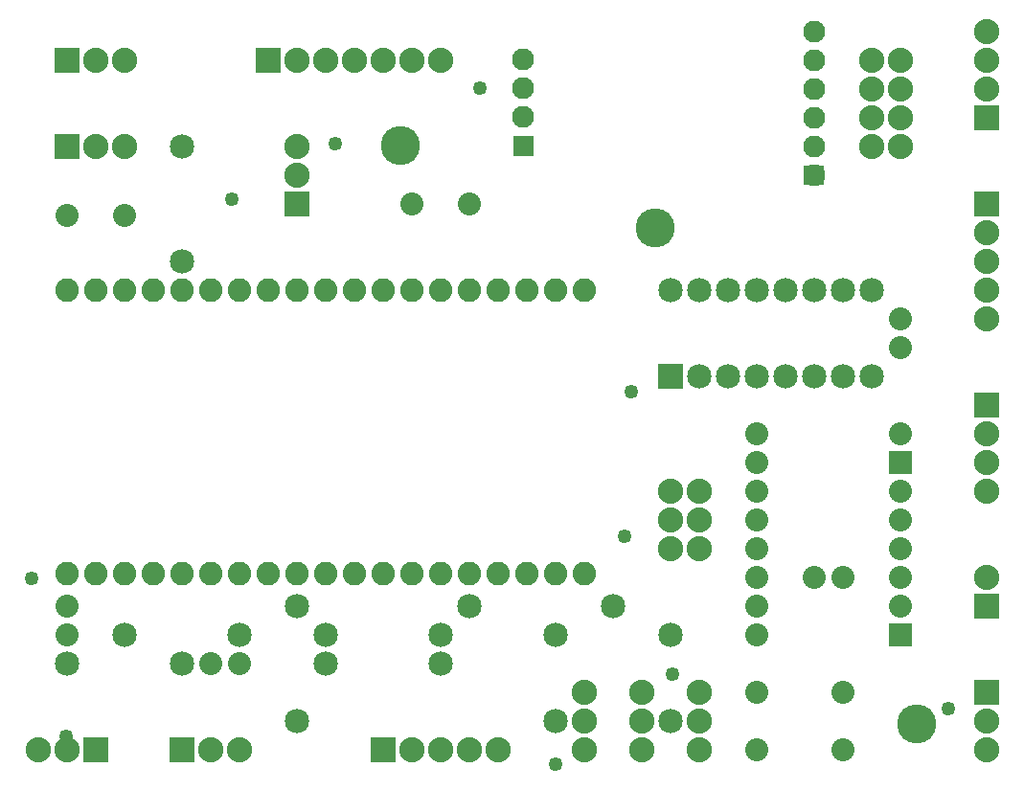
<source format=gts>
G04 MADE WITH FRITZING*
G04 WWW.FRITZING.ORG*
G04 DOUBLE SIDED*
G04 HOLES PLATED*
G04 CONTOUR ON CENTER OF CONTOUR VECTOR*
%ASAXBY*%
%FSLAX23Y23*%
%MOIN*%
%OFA0B0*%
%SFA1.0B1.0*%
%ADD10C,0.135984*%
%ADD11C,0.049370*%
%ADD12C,0.088000*%
%ADD13C,0.080000*%
%ADD14C,0.085000*%
%ADD15C,0.081824*%
%ADD16C,0.076555*%
%ADD17C,0.059194*%
%ADD18R,0.088000X0.088000*%
%ADD19R,0.080000X0.080000*%
%ADD20R,0.085000X0.085000*%
%ADD21R,0.001000X0.001000*%
%LNMASK1*%
G90*
G70*
G54D10*
X3164Y248D03*
X1367Y2260D03*
X2254Y1972D03*
G54D11*
X779Y2075D03*
X1139Y2267D03*
X2171Y1403D03*
X1907Y107D03*
X83Y755D03*
X1643Y2459D03*
X2147Y899D03*
X2315Y419D03*
X3275Y299D03*
X203Y203D03*
G54D12*
X3407Y2057D03*
X3407Y1957D03*
X3407Y1857D03*
X3407Y1757D03*
X3407Y1657D03*
G54D13*
X2607Y1257D03*
X3107Y1257D03*
X2607Y1157D03*
X3107Y1157D03*
X2607Y1057D03*
X3107Y1057D03*
X2607Y957D03*
X3107Y957D03*
X2607Y857D03*
X3107Y857D03*
X2607Y757D03*
X3107Y757D03*
X2607Y657D03*
X3107Y657D03*
X2607Y557D03*
X3107Y557D03*
G54D12*
X3407Y1357D03*
X3407Y1257D03*
X3407Y1157D03*
X3407Y1057D03*
X2407Y857D03*
X2407Y957D03*
X2407Y1057D03*
X2407Y857D03*
X2407Y957D03*
X2407Y1057D03*
X2307Y1057D03*
X2307Y957D03*
X2307Y857D03*
G54D14*
X607Y1857D03*
X607Y2257D03*
G54D13*
X2607Y357D03*
X2607Y157D03*
X407Y2018D03*
X207Y2018D03*
X2907Y357D03*
X2907Y157D03*
X1407Y2057D03*
X1607Y2057D03*
G54D14*
X2307Y1457D03*
X2307Y1757D03*
X2407Y1457D03*
X2407Y1757D03*
X2507Y1457D03*
X2507Y1757D03*
X2607Y1457D03*
X2607Y1757D03*
X2707Y1457D03*
X2707Y1757D03*
X2807Y1457D03*
X2807Y1757D03*
X2907Y1457D03*
X2907Y1757D03*
X3007Y1457D03*
X3007Y1757D03*
X207Y457D03*
X607Y457D03*
X807Y557D03*
X407Y557D03*
G54D13*
X207Y557D03*
X207Y657D03*
X2907Y757D03*
X2807Y757D03*
X3107Y1557D03*
X3107Y1657D03*
X707Y457D03*
X807Y457D03*
G54D12*
X207Y2557D03*
X307Y2557D03*
X407Y2557D03*
X3407Y2357D03*
X3407Y2457D03*
X3407Y2557D03*
X3407Y2657D03*
X1307Y157D03*
X1407Y157D03*
X1507Y157D03*
X1607Y157D03*
X1707Y157D03*
X1007Y2057D03*
X1007Y2157D03*
X1007Y2257D03*
X207Y2257D03*
X307Y2257D03*
X407Y2257D03*
X907Y2557D03*
X1007Y2557D03*
X1107Y2557D03*
X1207Y2557D03*
X1307Y2557D03*
X1407Y2557D03*
X1507Y2557D03*
G54D14*
X1007Y657D03*
X1007Y257D03*
X2307Y557D03*
X2307Y257D03*
X1907Y557D03*
X1907Y257D03*
X1507Y457D03*
X1107Y457D03*
X1507Y557D03*
X1107Y557D03*
X2107Y657D03*
X1607Y657D03*
G54D12*
X2207Y357D03*
X2207Y257D03*
X2207Y157D03*
X2007Y357D03*
X2007Y257D03*
X2007Y157D03*
X2407Y357D03*
X2407Y257D03*
X2407Y157D03*
X607Y157D03*
X707Y157D03*
X807Y157D03*
X307Y157D03*
X207Y157D03*
X107Y157D03*
G54D15*
X208Y771D03*
X308Y771D03*
X407Y771D03*
X508Y771D03*
X607Y771D03*
X707Y771D03*
X808Y771D03*
X907Y771D03*
X1007Y771D03*
X1107Y771D03*
X1207Y771D03*
X1308Y771D03*
X1407Y771D03*
X1507Y771D03*
X1607Y771D03*
X1707Y771D03*
X1806Y771D03*
X1907Y771D03*
X2007Y771D03*
X2007Y1757D03*
X1907Y1757D03*
X1806Y1757D03*
X1707Y1757D03*
X1607Y1757D03*
X1507Y1757D03*
X1407Y1757D03*
X1308Y1757D03*
X1207Y1757D03*
X1107Y1757D03*
X1007Y1757D03*
X907Y1757D03*
X808Y1757D03*
X707Y1757D03*
X607Y1757D03*
X508Y1757D03*
X407Y1757D03*
X308Y1757D03*
X208Y1757D03*
G54D16*
X2807Y2257D03*
X2807Y2357D03*
X2807Y2457D03*
X2807Y2557D03*
X2807Y2657D03*
X2807Y2157D03*
X1795Y2359D03*
X1795Y2459D03*
G54D17*
X1795Y2259D03*
G54D16*
X1795Y2559D03*
G54D12*
X3407Y357D03*
X3407Y257D03*
X3407Y157D03*
X3007Y2557D03*
X3007Y2457D03*
X3007Y2357D03*
X3007Y2257D03*
X3007Y2557D03*
X3007Y2457D03*
X3007Y2357D03*
X3007Y2257D03*
X3107Y2257D03*
X3107Y2357D03*
X3107Y2457D03*
X3107Y2557D03*
X3407Y657D03*
X3407Y757D03*
G54D18*
X3407Y2057D03*
G54D19*
X3107Y557D03*
X3107Y1157D03*
G54D18*
X3407Y1357D03*
G54D20*
X2307Y1457D03*
G54D18*
X207Y2557D03*
X3407Y2357D03*
X1307Y157D03*
X1007Y2057D03*
X207Y2257D03*
X907Y2557D03*
X607Y157D03*
X307Y157D03*
X3407Y357D03*
X3407Y657D03*
G54D21*
X1760Y2294D02*
X1828Y2294D01*
X1760Y2293D02*
X1828Y2293D01*
X1760Y2292D02*
X1828Y2292D01*
X1760Y2291D02*
X1828Y2291D01*
X1760Y2290D02*
X1828Y2290D01*
X1760Y2289D02*
X1828Y2289D01*
X1760Y2288D02*
X1828Y2288D01*
X1760Y2287D02*
X1828Y2287D01*
X1760Y2286D02*
X1828Y2286D01*
X1760Y2285D02*
X1828Y2285D01*
X1760Y2284D02*
X1828Y2284D01*
X1760Y2283D02*
X1828Y2283D01*
X1760Y2282D02*
X1828Y2282D01*
X1760Y2281D02*
X1828Y2281D01*
X1760Y2280D02*
X1828Y2280D01*
X1760Y2279D02*
X1828Y2279D01*
X1760Y2278D02*
X1828Y2278D01*
X1760Y2277D02*
X1828Y2277D01*
X1760Y2276D02*
X1828Y2276D01*
X1760Y2275D02*
X1828Y2275D01*
X1760Y2274D02*
X1828Y2274D01*
X1760Y2273D02*
X1791Y2273D01*
X1797Y2273D02*
X1828Y2273D01*
X1760Y2272D02*
X1788Y2272D01*
X1800Y2272D02*
X1828Y2272D01*
X1760Y2271D02*
X1786Y2271D01*
X1802Y2271D02*
X1828Y2271D01*
X1760Y2270D02*
X1785Y2270D01*
X1803Y2270D02*
X1828Y2270D01*
X1760Y2269D02*
X1784Y2269D01*
X1804Y2269D02*
X1828Y2269D01*
X1760Y2268D02*
X1783Y2268D01*
X1805Y2268D02*
X1828Y2268D01*
X1760Y2267D02*
X1782Y2267D01*
X1806Y2267D02*
X1828Y2267D01*
X1760Y2266D02*
X1782Y2266D01*
X1806Y2266D02*
X1828Y2266D01*
X1760Y2265D02*
X1781Y2265D01*
X1807Y2265D02*
X1828Y2265D01*
X1760Y2264D02*
X1781Y2264D01*
X1807Y2264D02*
X1828Y2264D01*
X1760Y2263D02*
X1780Y2263D01*
X1808Y2263D02*
X1828Y2263D01*
X1760Y2262D02*
X1780Y2262D01*
X1808Y2262D02*
X1828Y2262D01*
X1760Y2261D02*
X1780Y2261D01*
X1808Y2261D02*
X1828Y2261D01*
X1760Y2260D02*
X1780Y2260D01*
X1808Y2260D02*
X1828Y2260D01*
X1760Y2259D02*
X1780Y2259D01*
X1808Y2259D02*
X1828Y2259D01*
X1760Y2258D02*
X1780Y2258D01*
X1808Y2258D02*
X1828Y2258D01*
X1760Y2257D02*
X1780Y2257D01*
X1808Y2257D02*
X1828Y2257D01*
X1760Y2256D02*
X1780Y2256D01*
X1808Y2256D02*
X1828Y2256D01*
X1760Y2255D02*
X1781Y2255D01*
X1807Y2255D02*
X1828Y2255D01*
X1760Y2254D02*
X1781Y2254D01*
X1807Y2254D02*
X1828Y2254D01*
X1760Y2253D02*
X1782Y2253D01*
X1806Y2253D02*
X1828Y2253D01*
X1760Y2252D02*
X1782Y2252D01*
X1806Y2252D02*
X1828Y2252D01*
X1760Y2251D02*
X1783Y2251D01*
X1805Y2251D02*
X1828Y2251D01*
X1760Y2250D02*
X1784Y2250D01*
X1804Y2250D02*
X1828Y2250D01*
X1760Y2249D02*
X1785Y2249D01*
X1803Y2249D02*
X1828Y2249D01*
X1760Y2248D02*
X1787Y2248D01*
X1801Y2248D02*
X1828Y2248D01*
X1760Y2247D02*
X1789Y2247D01*
X1799Y2247D02*
X1828Y2247D01*
X1760Y2246D02*
X1828Y2246D01*
X1760Y2245D02*
X1828Y2245D01*
X1760Y2244D02*
X1828Y2244D01*
X1760Y2243D02*
X1828Y2243D01*
X1760Y2242D02*
X1828Y2242D01*
X1760Y2241D02*
X1828Y2241D01*
X1760Y2240D02*
X1828Y2240D01*
X1760Y2239D02*
X1828Y2239D01*
X1760Y2238D02*
X1828Y2238D01*
X1760Y2237D02*
X1828Y2237D01*
X1760Y2236D02*
X1828Y2236D01*
X1760Y2235D02*
X1828Y2235D01*
X1760Y2234D02*
X1828Y2234D01*
X1760Y2233D02*
X1828Y2233D01*
X1760Y2232D02*
X1828Y2232D01*
X1760Y2231D02*
X1828Y2231D01*
X1760Y2230D02*
X1828Y2230D01*
X1760Y2229D02*
X1828Y2229D01*
X1760Y2228D02*
X1828Y2228D01*
X1760Y2227D02*
X1828Y2227D01*
X1760Y2226D02*
X1828Y2226D01*
X1760Y2225D02*
X1828Y2225D01*
X2772Y2191D02*
X2841Y2191D01*
X2772Y2190D02*
X2841Y2190D01*
X2772Y2189D02*
X2841Y2189D01*
X2772Y2188D02*
X2841Y2188D01*
X2772Y2187D02*
X2841Y2187D01*
X2772Y2186D02*
X2841Y2186D01*
X2772Y2185D02*
X2841Y2185D01*
X2772Y2184D02*
X2841Y2184D01*
X2772Y2183D02*
X2841Y2183D01*
X2772Y2182D02*
X2841Y2182D01*
X2772Y2181D02*
X2841Y2181D01*
X2772Y2180D02*
X2841Y2180D01*
X2772Y2179D02*
X2841Y2179D01*
X2772Y2178D02*
X2841Y2178D01*
X2772Y2177D02*
X2841Y2177D01*
X2772Y2176D02*
X2841Y2176D01*
X2772Y2175D02*
X2841Y2175D01*
X2772Y2174D02*
X2841Y2174D01*
X2772Y2173D02*
X2841Y2173D01*
X2772Y2172D02*
X2841Y2172D01*
X2772Y2171D02*
X2841Y2171D01*
X2772Y2170D02*
X2802Y2170D01*
X2810Y2170D02*
X2841Y2170D01*
X2772Y2169D02*
X2800Y2169D01*
X2813Y2169D02*
X2841Y2169D01*
X2772Y2168D02*
X2798Y2168D01*
X2815Y2168D02*
X2841Y2168D01*
X2772Y2167D02*
X2797Y2167D01*
X2816Y2167D02*
X2841Y2167D01*
X2772Y2166D02*
X2796Y2166D01*
X2817Y2166D02*
X2841Y2166D01*
X2772Y2165D02*
X2795Y2165D01*
X2818Y2165D02*
X2841Y2165D01*
X2772Y2164D02*
X2794Y2164D01*
X2818Y2164D02*
X2841Y2164D01*
X2772Y2163D02*
X2794Y2163D01*
X2819Y2163D02*
X2841Y2163D01*
X2772Y2162D02*
X2793Y2162D01*
X2819Y2162D02*
X2841Y2162D01*
X2772Y2161D02*
X2793Y2161D01*
X2820Y2161D02*
X2841Y2161D01*
X2772Y2160D02*
X2793Y2160D01*
X2820Y2160D02*
X2841Y2160D01*
X2772Y2159D02*
X2793Y2159D01*
X2820Y2159D02*
X2841Y2159D01*
X2772Y2158D02*
X2792Y2158D01*
X2820Y2158D02*
X2841Y2158D01*
X2772Y2157D02*
X2792Y2157D01*
X2820Y2157D02*
X2841Y2157D01*
X2772Y2156D02*
X2792Y2156D01*
X2820Y2156D02*
X2841Y2156D01*
X2772Y2155D02*
X2793Y2155D01*
X2820Y2155D02*
X2841Y2155D01*
X2772Y2154D02*
X2793Y2154D01*
X2820Y2154D02*
X2841Y2154D01*
X2772Y2153D02*
X2793Y2153D01*
X2820Y2153D02*
X2841Y2153D01*
X2772Y2152D02*
X2793Y2152D01*
X2820Y2152D02*
X2841Y2152D01*
X2772Y2151D02*
X2794Y2151D01*
X2819Y2151D02*
X2841Y2151D01*
X2772Y2150D02*
X2794Y2150D01*
X2819Y2150D02*
X2841Y2150D01*
X2772Y2149D02*
X2795Y2149D01*
X2818Y2149D02*
X2841Y2149D01*
X2772Y2148D02*
X2796Y2148D01*
X2817Y2148D02*
X2841Y2148D01*
X2772Y2147D02*
X2797Y2147D01*
X2816Y2147D02*
X2841Y2147D01*
X2772Y2146D02*
X2798Y2146D01*
X2815Y2146D02*
X2841Y2146D01*
X2772Y2145D02*
X2799Y2145D01*
X2813Y2145D02*
X2841Y2145D01*
X2772Y2144D02*
X2802Y2144D01*
X2811Y2144D02*
X2841Y2144D01*
X2772Y2143D02*
X2841Y2143D01*
X2772Y2142D02*
X2841Y2142D01*
X2772Y2141D02*
X2841Y2141D01*
X2772Y2140D02*
X2841Y2140D01*
X2772Y2139D02*
X2841Y2139D01*
X2772Y2138D02*
X2841Y2138D01*
X2772Y2137D02*
X2841Y2137D01*
X2772Y2136D02*
X2841Y2136D01*
X2772Y2135D02*
X2841Y2135D01*
X2772Y2134D02*
X2841Y2134D01*
X2772Y2133D02*
X2841Y2133D01*
X2772Y2132D02*
X2841Y2132D01*
X2772Y2131D02*
X2841Y2131D01*
X2772Y2130D02*
X2841Y2130D01*
X2772Y2129D02*
X2841Y2129D01*
X2772Y2128D02*
X2841Y2128D01*
X2772Y2127D02*
X2841Y2127D01*
X2772Y2126D02*
X2841Y2126D01*
X2772Y2125D02*
X2841Y2125D01*
X2772Y2124D02*
X2841Y2124D01*
X2772Y2123D02*
X2841Y2123D01*
D02*
G04 End of Mask1*
M02*
</source>
